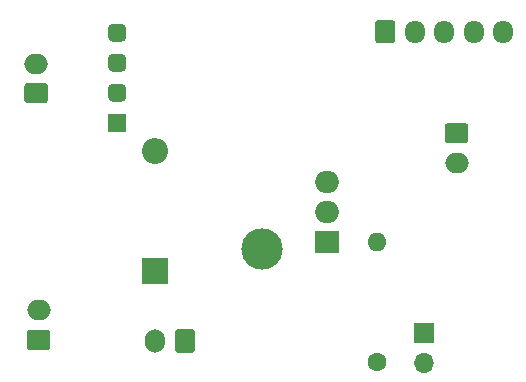
<source format=gbr>
%TF.GenerationSoftware,KiCad,Pcbnew,(5.1.8-0-10_14)*%
%TF.CreationDate,2022-01-02T20:41:24-05:00*%
%TF.ProjectId,Exposure-control,4578706f-7375-4726-952d-636f6e74726f,rev?*%
%TF.SameCoordinates,PX97fa40PY44b2ea0*%
%TF.FileFunction,Copper,L1,Top*%
%TF.FilePolarity,Positive*%
%FSLAX46Y46*%
G04 Gerber Fmt 4.6, Leading zero omitted, Abs format (unit mm)*
G04 Created by KiCad (PCBNEW (5.1.8-0-10_14)) date 2022-01-02 20:41:24*
%MOMM*%
%LPD*%
G01*
G04 APERTURE LIST*
%TA.AperFunction,ComponentPad*%
%ADD10O,2.000000X1.905000*%
%TD*%
%TA.AperFunction,ComponentPad*%
%ADD11R,2.000000X1.905000*%
%TD*%
%TA.AperFunction,ComponentPad*%
%ADD12O,1.700000X1.700000*%
%TD*%
%TA.AperFunction,ComponentPad*%
%ADD13R,1.700000X1.700000*%
%TD*%
%TA.AperFunction,ComponentPad*%
%ADD14O,2.000000X1.700000*%
%TD*%
%TA.AperFunction,ComponentPad*%
%ADD15O,1.700000X2.000000*%
%TD*%
%TA.AperFunction,ComponentPad*%
%ADD16O,1.700000X1.950000*%
%TD*%
%TA.AperFunction,ComponentPad*%
%ADD17R,1.524000X1.524000*%
%TD*%
%TA.AperFunction,ComponentPad*%
%ADD18O,2.200000X2.200000*%
%TD*%
%TA.AperFunction,ComponentPad*%
%ADD19R,2.200000X2.200000*%
%TD*%
%TA.AperFunction,ComponentPad*%
%ADD20C,1.600000*%
%TD*%
%TA.AperFunction,ComponentPad*%
%ADD21O,1.600000X1.600000*%
%TD*%
%TA.AperFunction,ViaPad*%
%ADD22C,3.500000*%
%TD*%
G04 APERTURE END LIST*
D10*
%TO.P,Q1,3*%
%TO.N,GND*%
X30550000Y17680000D03*
%TO.P,Q1,2*%
%TO.N,SafelightGnd*%
X30550000Y15140000D03*
D11*
%TO.P,Q1,1*%
%TO.N,Net-(Q1-Pad1)*%
X30550000Y12600000D03*
%TD*%
D12*
%TO.P,J1,2*%
%TO.N,UVControl*%
X38750000Y2360000D03*
D13*
%TO.P,J1,1*%
%TO.N,SafelightControl*%
X38750000Y4900000D03*
%TD*%
D14*
%TO.P,J5,2*%
%TO.N,SafelightGnd*%
X41500000Y19300000D03*
%TO.P,J5,1*%
%TO.N,+24V*%
%TA.AperFunction,ComponentPad*%
G36*
G01*
X40750000Y22650000D02*
X42250000Y22650000D01*
G75*
G02*
X42500000Y22400000I0J-250000D01*
G01*
X42500000Y21200000D01*
G75*
G02*
X42250000Y20950000I-250000J0D01*
G01*
X40750000Y20950000D01*
G75*
G02*
X40500000Y21200000I0J250000D01*
G01*
X40500000Y22400000D01*
G75*
G02*
X40750000Y22650000I250000J0D01*
G01*
G37*
%TD.AperFunction*%
%TD*%
D15*
%TO.P,J4,2*%
%TO.N,+5V*%
X16000000Y4200000D03*
%TO.P,J4,1*%
%TO.N,GND*%
%TA.AperFunction,ComponentPad*%
G36*
G01*
X19350000Y4950000D02*
X19350000Y3450000D01*
G75*
G02*
X19100000Y3200000I-250000J0D01*
G01*
X17900000Y3200000D01*
G75*
G02*
X17650000Y3450000I0J250000D01*
G01*
X17650000Y4950000D01*
G75*
G02*
X17900000Y5200000I250000J0D01*
G01*
X19100000Y5200000D01*
G75*
G02*
X19350000Y4950000I0J-250000D01*
G01*
G37*
%TD.AperFunction*%
%TD*%
D14*
%TO.P,J3,2*%
%TO.N,+5V*%
X6100000Y6800000D03*
%TO.P,J3,1*%
%TO.N,GND*%
%TA.AperFunction,ComponentPad*%
G36*
G01*
X6850000Y3450000D02*
X5350000Y3450000D01*
G75*
G02*
X5100000Y3700000I0J250000D01*
G01*
X5100000Y4900000D01*
G75*
G02*
X5350000Y5150000I250000J0D01*
G01*
X6850000Y5150000D01*
G75*
G02*
X7100000Y4900000I0J-250000D01*
G01*
X7100000Y3700000D01*
G75*
G02*
X6850000Y3450000I-250000J0D01*
G01*
G37*
%TD.AperFunction*%
%TD*%
%TO.P,J2,1*%
%TO.N,GND*%
%TA.AperFunction,ComponentPad*%
G36*
G01*
X6650000Y24350000D02*
X5150000Y24350000D01*
G75*
G02*
X4900000Y24600000I0J250000D01*
G01*
X4900000Y25800000D01*
G75*
G02*
X5150000Y26050000I250000J0D01*
G01*
X6650000Y26050000D01*
G75*
G02*
X6900000Y25800000I0J-250000D01*
G01*
X6900000Y24600000D01*
G75*
G02*
X6650000Y24350000I-250000J0D01*
G01*
G37*
%TD.AperFunction*%
%TO.P,J2,2*%
%TO.N,+24V*%
X5900000Y27700000D03*
%TD*%
D16*
%TO.P,J7,5*%
%TO.N,GND*%
X45450000Y30400000D03*
%TO.P,J7,4*%
X42950000Y30400000D03*
%TO.P,J7,3*%
%TO.N,UVControl*%
X40450000Y30400000D03*
%TO.P,J7,2*%
%TO.N,+24V*%
X37950000Y30400000D03*
%TO.P,J7,1*%
%TA.AperFunction,ComponentPad*%
G36*
G01*
X34600000Y29675000D02*
X34600000Y31125000D01*
G75*
G02*
X34850000Y31375000I250000J0D01*
G01*
X36050000Y31375000D01*
G75*
G02*
X36300000Y31125000I0J-250000D01*
G01*
X36300000Y29675000D01*
G75*
G02*
X36050000Y29425000I-250000J0D01*
G01*
X34850000Y29425000D01*
G75*
G02*
X34600000Y29675000I0J250000D01*
G01*
G37*
%TD.AperFunction*%
%TD*%
%TO.P,U1,4*%
%TO.N,Net-(U1-Pad4)*%
%TA.AperFunction,ComponentPad*%
G36*
G01*
X13131000Y29548000D02*
X12369000Y29548000D01*
G75*
G02*
X11988000Y29929000I0J381000D01*
G01*
X11988000Y30691000D01*
G75*
G02*
X12369000Y31072000I381000J0D01*
G01*
X13131000Y31072000D01*
G75*
G02*
X13512000Y30691000I0J-381000D01*
G01*
X13512000Y29929000D01*
G75*
G02*
X13131000Y29548000I-381000J0D01*
G01*
G37*
%TD.AperFunction*%
%TO.P,U1,3*%
%TO.N,+24V*%
%TA.AperFunction,ComponentPad*%
G36*
G01*
X13131000Y27008000D02*
X12369000Y27008000D01*
G75*
G02*
X11988000Y27389000I0J381000D01*
G01*
X11988000Y28151000D01*
G75*
G02*
X12369000Y28532000I381000J0D01*
G01*
X13131000Y28532000D01*
G75*
G02*
X13512000Y28151000I0J-381000D01*
G01*
X13512000Y27389000D01*
G75*
G02*
X13131000Y27008000I-381000J0D01*
G01*
G37*
%TD.AperFunction*%
%TO.P,U1,2*%
%TO.N,GND*%
%TA.AperFunction,ComponentPad*%
G36*
G01*
X13131000Y24468000D02*
X12369000Y24468000D01*
G75*
G02*
X11988000Y24849000I0J381000D01*
G01*
X11988000Y25611000D01*
G75*
G02*
X12369000Y25992000I381000J0D01*
G01*
X13131000Y25992000D01*
G75*
G02*
X13512000Y25611000I0J-381000D01*
G01*
X13512000Y24849000D01*
G75*
G02*
X13131000Y24468000I-381000J0D01*
G01*
G37*
%TD.AperFunction*%
D17*
%TO.P,U1,1*%
%TO.N,Net-(D1-Pad2)*%
X12750000Y22690000D03*
%TD*%
D18*
%TO.P,D1,2*%
%TO.N,Net-(D1-Pad2)*%
X16000000Y20260000D03*
D19*
%TO.P,D1,1*%
%TO.N,+5V*%
X16000000Y10100000D03*
%TD*%
D20*
%TO.P,R3,1*%
%TO.N,SafelightControl*%
X34800000Y2400000D03*
D21*
%TO.P,R3,2*%
%TO.N,Net-(Q1-Pad1)*%
X34800000Y12560000D03*
%TD*%
D22*
%TO.N,*%
X25040000Y12036000D03*
%TD*%
M02*

</source>
